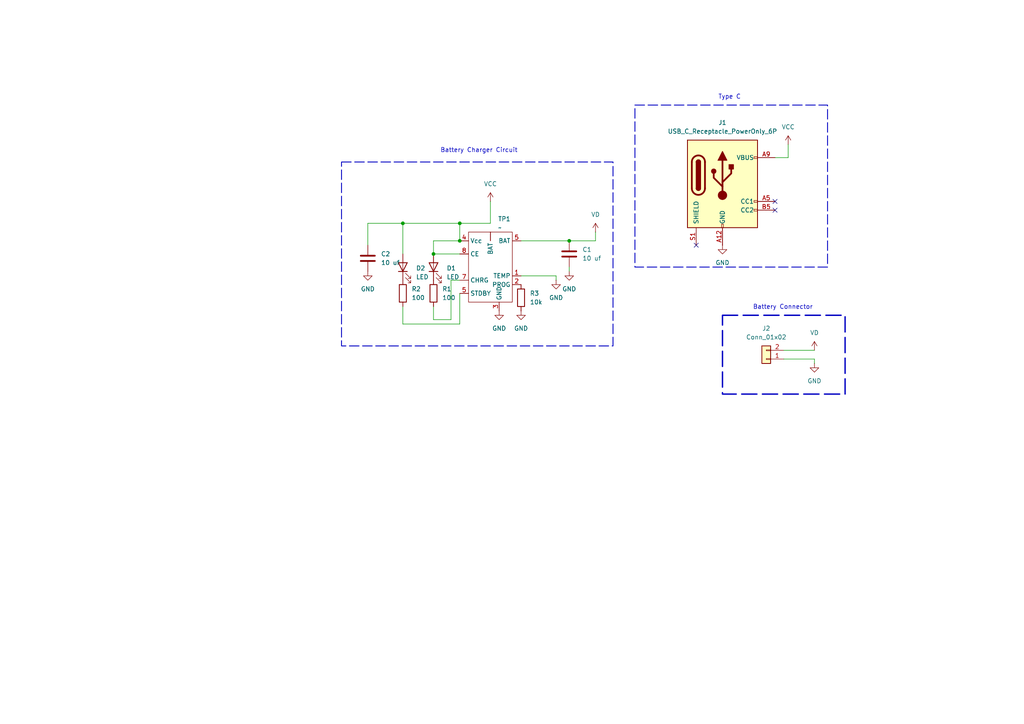
<source format=kicad_sch>
(kicad_sch (version 20231120) (generator "eeschema") (generator_version "8.0")
  (paper "A4")
  (lib_symbols
    (symbol "Connector:USB_C_Receptacle_PowerOnly_6P" (pin_names (offset 1.016))
      (property "Reference" "J" (at 0 16.51 0))
      (property "Value" "USB_C_Receptacle_PowerOnly_6P" (at 0 13.97 0))
      (symbol "USB_C_Receptacle_PowerOnly_6P_0_0"
        (rectangle (start -0.254 -12.7) (end 0.254 -11.684))
        (rectangle (start 10.16 -7.366) (end 9.144 -7.874))
        (rectangle (start 10.16 -4.826) (end 9.144 -5.334))
        (rectangle (start 10.16 7.874) (end 9.144 7.366))
      )
      (symbol "USB_C_Receptacle_PowerOnly_6P_0_1"
        (rectangle (start -10.16 12.7) (end 10.16 -12.7) (stroke (width 0.254)) (fill (type background)))
        (arc (start -8.89 -1.27) (mid -6.985 -3.1667) (end -5.08 -1.27) (stroke (width 0.508)))
        (arc (start -7.62 -1.27) (mid -6.985 -1.9023) (end -6.35 -1.27) (stroke (width 0.254)))
        (arc (start -7.62 -1.27) (mid -6.985 -1.9023) (end -6.35 -1.27) (stroke (width 0.254)) (fill (type outline)))
        (rectangle (start -7.62 -1.27) (end -6.35 6.35) (stroke (width 0.254)) (fill (type outline)))
        (arc (start -6.35 6.35) (mid -6.985 6.9823) (end -7.62 6.35) (stroke (width 0.254)))
        (arc (start -6.35 6.35) (mid -6.985 6.9823) (end -7.62 6.35) (stroke (width 0.254)) (fill (type outline)))
        (arc (start -5.08 6.35) (mid -6.985 8.2467) (end -8.89 6.35) (stroke (width 0.508)))
        (circle (center -2.54 3.683) (radius 0.635) (stroke (width 0.254)) (fill (type outline)))
        (circle (center 0 -3.302) (radius 1.27) (fill (type outline)))
        (polyline (pts (xy -8.89 -1.27) (xy -8.89 6.35)) (stroke (width 0.508)))
        (polyline (pts (xy -5.08 6.35) (xy -5.08 -1.27)) (stroke (width 0.508)))
        (polyline (pts (xy 0 -3.302) (xy 0 6.858)) (stroke (width 0.508)))
        (polyline (pts (xy 0 -0.762) (xy -2.54 1.778) (xy -2.54 3.048)) (stroke (width 0.508)))
        (polyline (pts (xy 0 0.508) (xy 2.54 3.048) (xy 2.54 4.318)) (stroke (width 0.508)))
        (polyline (pts (xy -1.27 6.858) (xy 0 9.398) (xy 1.27 6.858) (xy -1.27 6.858)) (stroke (width 0.254)) (fill (type outline)))
        (rectangle (start 1.905 4.318) (end 3.175 5.588) (stroke (width 0.254)) (fill (type outline)))
      )
      (symbol "USB_C_Receptacle_PowerOnly_6P_1_1"
        (pin passive line (at 0 -17.78 90) (length 5.08) (name "GND") (number "A12"))
        (pin bidirectional line (at 15.24 -5.08 180) (length 5.08) (name "CC1") (number "A5"))
        (pin passive line (at 15.24 7.62 180) (length 5.08) (name "VBUS") (number "A9"))
        (pin passive line (at 0 -17.78 90) (length 5.08) hide (name "GND") (number "B12"))
        (pin bidirectional line (at 15.24 -7.62 180) (length 5.08) (name "CC2") (number "B5"))
        (pin passive line (at 15.24 7.62 180) (length 5.08) hide (name "VBUS") (number "B9"))
        (pin passive line (at -7.62 -17.78 90) (length 5.08) (name "SHIELD") (number "S1"))
      )
    )
    (symbol "Connector_Generic:Conn_01x02" (pin_names (offset 1.016) hide)
      (property "Reference" "J" (at 0 2.54 0))
      (property "Value" "Conn_01x02" (at 0 -5.08 0))
      (symbol "Conn_01x02_1_1"
        (rectangle (start -1.27 -2.413) (end 0 -2.667) (stroke (width 0.1524)))
        (rectangle (start -1.27 0.127) (end 0 -0.127) (stroke (width 0.1524)))
        (rectangle (start -1.27 1.27) (end 1.27 -3.81) (stroke (width 0.254)) (fill (type background)))
        (pin passive line (at -5.08 0 0) (length 3.81) (name "Pin_1") (number "1"))
        (pin passive line (at -5.08 -2.54 0) (length 3.81) (name "Pin_2") (number "2"))
      )
    )
    (symbol "Device:C" (pin_numbers hide) (pin_names (offset 0.254))
      (property "Reference" "C" (at 0.635 2.54 0))
      (property "Value" "C" (at 0.635 -2.54 0))
      (symbol "C_0_1"
        (polyline (pts (xy -2.032 -0.762) (xy 2.032 -0.762)) (stroke (width 0.508)))
        (polyline (pts (xy -2.032 0.762) (xy 2.032 0.762)) (stroke (width 0.508)))
      )
      (symbol "C_1_1"
        (pin passive line (at 0 3.81 270) (length 2.794) (name "~") (number "1"))
        (pin passive line (at 0 -3.81 90) (length 2.794) (name "~") (number "2"))
      )
    )
    (symbol "Device:LED" (pin_numbers hide) (pin_names (offset 1.016) hide)
      (property "Reference" "D" (at 0 2.54 0))
      (property "Value" "LED" (at 0 -2.54 0))
      (symbol "LED_0_1"
        (polyline (pts (xy -1.27 -1.27) (xy -1.27 1.27)) (stroke (width 0.254)))
        (polyline (pts (xy -1.27 0) (xy 1.27 0)))
        (polyline (pts (xy 1.27 -1.27) (xy 1.27 1.27) (xy -1.27 0) (xy 1.27 -1.27)) (stroke (width 0.254)))
        (polyline (pts (xy -3.048 -0.762) (xy -4.572 -2.286) (xy -3.81 -2.286) (xy -4.572 -2.286) (xy -4.572 -1.524)))
        (polyline (pts (xy -1.778 -0.762) (xy -3.302 -2.286) (xy -2.54 -2.286) (xy -3.302 -2.286) (xy -3.302 -1.524)))
      )
      (symbol "LED_1_1"
        (pin passive line (at -3.81 0 0) (length 2.54) (name "K") (number "1"))
        (pin passive line (at 3.81 0 180) (length 2.54) (name "A") (number "2"))
      )
    )
    (symbol "Device:R" (pin_numbers hide) (pin_names (offset 0))
      (property "Reference" "R" (at 2.032 0 90))
      (property "Value" "R" (at 0 0 90))
      (symbol "R_0_1"
        (rectangle (start -1.016 -2.54) (end 1.016 2.54) (stroke (width 0.254)))
      )
      (symbol "R_1_1"
        (pin passive line (at 0 3.81 270) (length 1.27) (name "~") (number "1"))
        (pin passive line (at 0 -3.81 90) (length 1.27) (name "~") (number "2"))
      )
    )
    (symbol "TP4056:TP4056_Lipo_Charger_Module"
      (property "Reference" "TP4056" (at 0 0 0))
      (symbol "TP4056_Lipo_Charger_Module_1_1"
        (text_box "" (at -6.35 10.16 0) (size 12.7 -20.32) (effects (font (size 1.27 1.27)) (justify left top)))
        (pin input line (at 0 10.16 270) (length 2.54) (name "BAT") (number ""))
        (pin input line (at 8.89 -2.54 180) (length 2.54) (name "TEMP") (number "1"))
        (pin input line (at 8.89 -5.08 180) (length 2.54) (name "PROG") (number "2"))
        (pin input line (at 2.54 -12.7 90) (length 2.54) (name "GND") (number "3"))
        (pin input line (at -8.89 7.62 0) (length 2.54) (name "Vcc") (number "4"))
        (pin output line (at 8.89 7.62 180) (length 2.54) (name "BAT") (number "5"))
        (pin input line (at -8.89 -7.62 0) (length 2.54) (name "STDBY") (number "5"))
        (pin input line (at -8.89 -3.81 0) (length 2.54) (name "CHRG") (number "7"))
        (pin input line (at -8.89 3.81 0) (length 2.54) (name "CE") (number "8"))
      )
    )
    (symbol "power:GND" (power) (pin_numbers hide) (pin_names (offset 0) hide)
      (property "Value" "GND" (at 0 -3.81 0))
      (symbol "GND_0_1"
        (polyline (pts (xy 0 0) (xy 0 -1.27) (xy 1.27 -1.27) (xy 0 -2.54) (xy -1.27 -1.27) (xy 0 -1.27)))
      )
      (symbol "GND_1_1"
        (pin power_in line (at 0 0 270) (length 0) (name "~") (number "1"))
      )
    )
    (symbol "power:VCC" (power) (pin_numbers hide) (pin_names (offset 0) hide)
      (property "Value" "VCC" (at 0 3.556 0))
      (symbol "VCC_0_1"
        (polyline (pts (xy -0.762 1.27) (xy 0 2.54)))
        (polyline (pts (xy 0 0) (xy 0 2.54)))
        (polyline (pts (xy 0 2.54) (xy 0.762 1.27)))
      )
      (symbol "VCC_1_1"
        (pin power_in line (at 0 0 90) (length 0) (name "~") (number "1"))
      )
    )
    (symbol "power:VD" (power) (pin_numbers hide) (pin_names (offset 0) hide)
      (property "Value" "VD" (at 0 3.556 0))
      (symbol "VD_0_1"
        (polyline (pts (xy -0.762 1.27) (xy 0 2.54)))
        (polyline (pts (xy 0 0) (xy 0 2.54)))
        (polyline (pts (xy 0 2.54) (xy 0.762 1.27)))
      )
      (symbol "VD_1_1"
        (pin power_in line (at 0 0 90) (length 0) (name "~") (number "1"))
      )
    )
  )
  (junction (at 133.35 69.85))
  (junction (at 165.1 69.85))
  (junction (at 125.73 73.66))
  (junction (at 133.35 64.77))
  (junction (at 116.84 64.77))
  (no_connect (at 224.79 58.42))
  (no_connect (at 224.79 60.96))
  (no_connect (at 201.93 71.12))
  (wire (pts (xy 172.72 67.31) (xy 172.72 69.85)))
  (wire (pts (xy 116.84 64.77) (xy 106.68 64.77)))
  (wire (pts (xy 161.29 81.28) (xy 161.29 80.01)))
  (wire (pts (xy 133.35 64.77) (xy 133.35 69.85)))
  (wire (pts (xy 116.84 93.98) (xy 133.35 93.98)))
  (wire (pts (xy 224.79 45.72) (xy 228.6 45.72)))
  (wire (pts (xy 106.68 64.77) (xy 106.68 71.12)))
  (wire (pts (xy 116.84 88.9) (xy 116.84 93.98)))
  (wire (pts (xy 236.22 101.6) (xy 227.33 101.6)))
  (wire (pts (xy 116.84 64.77) (xy 116.84 73.66)))
  (wire (pts (xy 142.24 58.42) (xy 142.24 64.77)))
  (wire (pts (xy 125.73 69.85) (xy 133.35 69.85)))
  (wire (pts (xy 165.1 77.47) (xy 165.1 78.74)))
  (wire (pts (xy 130.81 81.28) (xy 133.35 81.28)))
  (wire (pts (xy 125.73 73.66) (xy 125.73 69.85)))
  (wire (pts (xy 130.81 92.71) (xy 130.81 81.28)))
  (wire (pts (xy 125.73 92.71) (xy 130.81 92.71)))
  (wire (pts (xy 161.29 80.01) (xy 151.13 80.01)))
  (wire (pts (xy 133.35 85.09) (xy 133.35 93.98)))
  (wire (pts (xy 228.6 45.72) (xy 228.6 41.91)))
  (wire (pts (xy 133.35 73.66) (xy 125.73 73.66)))
  (wire (pts (xy 172.72 69.85) (xy 165.1 69.85)))
  (wire (pts (xy 125.73 92.71) (xy 125.73 88.9)))
  (wire (pts (xy 236.22 104.14) (xy 227.33 104.14)))
  (wire (pts (xy 151.13 69.85) (xy 165.1 69.85)))
  (wire (pts (xy 142.24 64.77) (xy 133.35 64.77)))
  (wire (pts (xy 133.35 64.77) (xy 116.84 64.77)))
  (wire (pts (xy 236.22 105.41) (xy 236.22 104.14)))
  (rectangle (start 99.06 46.99) (end 177.8 100.33) (stroke (width 0.254) (type dash)))
  (rectangle (start 209.55 91.44) (end 245.11 114.3) (stroke (width 0.4) (type dash)))
  (rectangle (start 184.15 30.48) (end 240.03 77.47) (stroke (width 0.254) (type dash)))
  (text "Battery Charger Circuit\n" (at 138.938 43.688 0) (effects (font (size 1.27 1.27))))
  (text "Battery Connector\n" (at 227.076 89.154 0) (effects (font (size 1.27 1.27))))
  (text "Type C \n" (at 212.09 28.194 0) (effects (font (size 1.27 1.27))))
  (symbol (lib_id "power:VD") (at 172.72 67.31 0) (unit 1)
    (property "Reference" "#PWR09" (effects (hide yes)))
    (property "Value" "VD" (at 172.72 62.23 0))
    (property "Description" "Power symbol creates a global label with name \"VD\"" (effects (hide yes)))
  )
  (symbol (lib_id "power:GND") (at 144.78 90.17 0) (unit 1)
    (property "Reference" "#PWR01" (effects (hide yes)))
    (property "Value" "GND" (at 144.78 95.25 0))
    (property "Description" "Power symbol creates a global label with name \"GND\" , ground" (effects (hide yes)))
  )
  (symbol (lib_id "Device:LED") (at 125.73 77.47 90) (unit 1)
    (property "Reference" "D1" (at 129.54 77.7874 90) (effects (justify right)))
    (property "Value" "LED" (at 129.54 80.3274 90) (effects (justify right)))
    (property "Footprint" "LED_THT:LED_D3.0mm" (effects (hide yes)))
    (property "Description" "Light emitting diode" (effects (hide yes)))
  )
  (symbol (lib_id "power:GND") (at 106.68 78.74 0) (unit 1)
    (property "Reference" "#PWR04" (effects (hide yes)))
    (property "Value" "GND" (at 106.68 83.82 0))
    (property "Description" "Power symbol creates a global label with name \"GND\" , ground" (effects (hide yes)))
  )
  (symbol (lib_id "power:GND") (at 151.13 90.17 0) (unit 1)
    (property "Reference" "#PWR08" (effects (hide yes)))
    (property "Value" "GND" (at 151.13 95.25 0))
    (property "Description" "Power symbol creates a global label with name \"GND\" , ground" (effects (hide yes)))
  )
  (symbol (lib_id "power:GND") (at 165.1 78.74 0) (unit 1)
    (property "Reference" "#PWR03" (effects (hide yes)))
    (property "Value" "GND" (at 165.1 83.82 0))
    (property "Description" "Power symbol creates a global label with name \"GND\" , ground" (effects (hide yes)))
  )
  (symbol (lib_id "power:GND") (at 209.55 71.12 0) (unit 1)
    (property "Reference" "#PWR05" (effects (hide yes)))
    (property "Value" "GND" (at 209.55 76.2 0))
    (property "Description" "Power symbol creates a global label with name \"GND\" , ground" (effects (hide yes)))
  )
  (symbol (lib_id "power:GND") (at 236.22 105.41 0) (unit 1)
    (property "Reference" "#PWR011" (effects (hide yes)))
    (property "Value" "GND" (at 236.22 110.49 0))
    (property "Description" "Power symbol creates a global label with name \"GND\" , ground" (effects (hide yes)))
  )
  (symbol (lib_id "Device:R") (at 151.13 86.36 0) (unit 1)
    (property "Reference" "R3" (at 153.67 85.0899 0) (effects (justify left)))
    (property "Value" "10k" (at 153.67 87.6299 0) (effects (justify left)))
    (property "Footprint" "Resistor_SMD:R_0805_2012Metric_Pad1.20x1.40mm_HandSolder" (effects (hide yes)))
    (property "Description" "Resistor" (effects (hide yes)))
  )
  (symbol (lib_id "power:VCC") (at 142.24 58.42 0) (unit 1)
    (property "Reference" "#PWR07" (effects (hide yes)))
    (property "Value" "VCC" (at 142.24 53.34 0))
    (property "Description" "Power symbol creates a global label with name \"VCC\"" (effects (hide yes)))
  )
  (symbol (lib_id "Device:R") (at 125.73 85.09 0) (unit 1)
    (property "Reference" "R1" (at 128.27 83.8199 0) (effects (justify left)))
    (property "Value" "100" (at 128.27 86.3599 0) (effects (justify left)))
    (property "Footprint" "Resistor_SMD:R_0805_2012Metric_Pad1.20x1.40mm_HandSolder" (effects (hide yes)))
    (property "Description" "Resistor" (effects (hide yes)))
  )
  (symbol (lib_id "Device:C") (at 106.68 74.93 0) (unit 1)
    (property "Reference" "C2" (at 110.49 73.6599 0) (effects (justify left)))
    (property "Value" "10 uf" (at 110.49 76.1999 0) (effects (justify left)))
    (property "Footprint" "Capacitor_SMD:C_1206_3216Metric_Pad1.33x1.80mm_HandSolder" (effects (hide yes)))
    (property "Description" "Unpolarized capacitor" (effects (hide yes)))
  )
  (symbol (lib_id "power:VCC") (at 228.6 41.91 0) (unit 1)
    (property "Reference" "#PWR06" (effects (hide yes)))
    (property "Value" "VCC" (at 228.6 36.83 0))
    (property "Description" "Power symbol creates a global label with name \"VCC\"" (effects (hide yes)))
  )
  (symbol (lib_id "power:GND") (at 161.29 81.28 0) (unit 1)
    (property "Reference" "#PWR02" (effects (hide yes)))
    (property "Value" "GND" (at 161.29 86.36 0))
    (property "Description" "Power symbol creates a global label with name \"GND\" , ground" (effects (hide yes)))
  )
  (symbol (lib_id "TP4056:TP4056_Lipo_Charger_Module") (at 142.24 77.47 0) (unit 1)
    (property "Reference" "TP1" (at 144.4341 63.5 0) (effects (justify left)))
    (property "Value" "~" (at 144.4341 66.04 0) (effects (justify left)))
    (property "Footprint" "Package_SO:SOP-8-1EP_4.57x4.57mm_P1.27mm_EP4.57x4.45mm" (effects (hide yes)))
  )
  (symbol (lib_id "Device:LED") (at 116.84 77.47 90) (unit 1)
    (property "Reference" "D2" (at 120.65 77.7874 90) (effects (justify right)))
    (property "Value" "LED" (at 120.65 80.3274 90) (effects (justify right)))
    (property "Footprint" "LED_THT:LED_D3.0mm" (effects (hide yes)))
    (property "Description" "Light emitting diode" (effects (hide yes)))
  )
  (symbol (lib_id "Connector:USB_C_Receptacle_PowerOnly_6P") (at 209.55 53.34 0) (unit 1)
    (property "Reference" "J1" (at 209.55 35.56 0))
    (property "Value" "USB_C_Receptacle_PowerOnly_6P" (at 209.55 38.1 0))
    (property "Footprint" "Connector_USB:USB_C_Receptacle_GCT_USB4135-GF-A_6P_TopMnt_Horizontal" (effects (hide yes)))
    (property "Datasheet" "https://www.usb.org/sites/default/files/documents/usb_type-c.zip" (effects (hide yes)))
    (property "Description" "USB Power-Only 6P Type-C Receptacle connector" (effects (hide yes)))
  )
  (symbol (lib_id "Device:R") (at 116.84 85.09 0) (unit 1)
    (property "Reference" "R2" (at 119.38 83.8199 0) (effects (justify left)))
    (property "Value" "100" (at 119.38 86.3599 0) (effects (justify left)))
    (property "Footprint" "Resistor_SMD:R_0805_2012Metric_Pad1.20x1.40mm_HandSolder" (effects (hide yes)))
    (property "Description" "Resistor" (effects (hide yes)))
  )
  (symbol (lib_id "power:VD") (at 236.22 101.6 0) (unit 1)
    (property "Reference" "#PWR010" (effects (hide yes)))
    (property "Value" "VD" (at 236.22 96.52 0))
    (property "Description" "Power symbol creates a global label with name \"VD\"" (effects (hide yes)))
  )
  (symbol (lib_id "Device:C") (at 165.1 73.66 0) (unit 1)
    (property "Reference" "C1" (at 168.91 72.3899 0) (effects (justify left)))
    (property "Value" "10 uf" (at 168.91 74.9299 0) (effects (justify left)))
    (property "Footprint" "Capacitor_SMD:C_1206_3216Metric_Pad1.33x1.80mm_HandSolder" (effects (hide yes)))
    (property "Description" "Unpolarized capacitor" (effects (hide yes)))
  )
  (symbol (lib_id "Connector_Generic:Conn_01x02") (at 222.25 104.14 180) (unit 1)
    (property "Reference" "J2" (at 222.25 95.25 0))
    (property "Value" "Conn_01x02" (at 222.25 97.79 0))
    (property "Footprint" "Connector_PinHeader_2.54mm:PinHeader_1x02_P2.54mm_Vertical" (effects (hide yes)))
    (property "Description" "Generic connector, single row, 01x02, script generated (kicad-library-utils/schlib/autogen/connector/)" (effects (hide yes)))
  )
)
</source>
